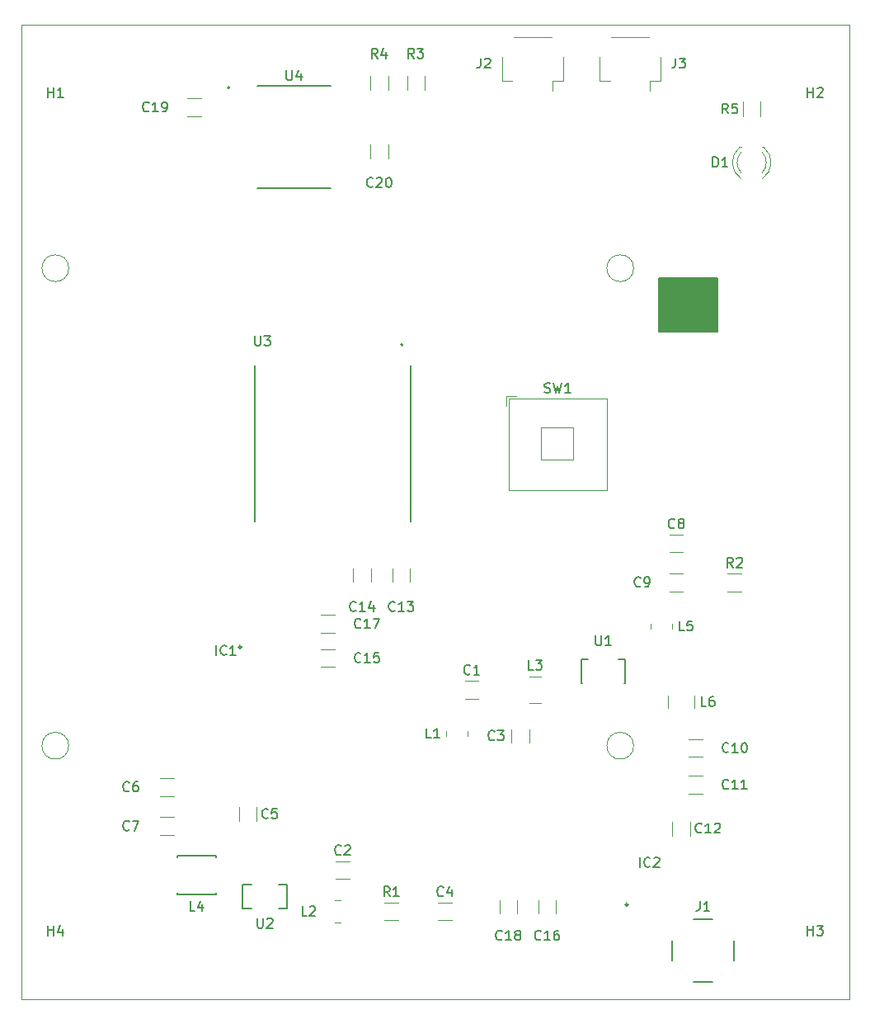
<source format=gbr>
%TF.GenerationSoftware,KiCad,Pcbnew,(6.0.7)*%
%TF.CreationDate,2022-11-16T16:27:29-06:00*%
%TF.ProjectId,GroundPCB,47726f75-6e64-4504-9342-2e6b69636164,1*%
%TF.SameCoordinates,Original*%
%TF.FileFunction,Legend,Top*%
%TF.FilePolarity,Positive*%
%FSLAX46Y46*%
G04 Gerber Fmt 4.6, Leading zero omitted, Abs format (unit mm)*
G04 Created by KiCad (PCBNEW (6.0.7)) date 2022-11-16 16:27:29*
%MOMM*%
%LPD*%
G01*
G04 APERTURE LIST*
%ADD10C,0.150000*%
%TA.AperFunction,Profile*%
%ADD11C,0.100000*%
%TD*%
%ADD12C,0.120000*%
%ADD13C,0.250000*%
%ADD14C,0.127000*%
%TA.AperFunction,Profile*%
%ADD15C,0.120000*%
%TD*%
%ADD16C,0.200000*%
%ADD17C,0.203200*%
G04 APERTURE END LIST*
D10*
X165500000Y-76000000D02*
X171500000Y-76000000D01*
X171500000Y-76000000D02*
X171500000Y-81500000D01*
X171500000Y-81500000D02*
X165500000Y-81500000D01*
X165500000Y-81500000D02*
X165500000Y-76000000D01*
G36*
X165500000Y-76000000D02*
G01*
X171500000Y-76000000D01*
X171500000Y-81500000D01*
X165500000Y-81500000D01*
X165500000Y-76000000D01*
G37*
D11*
X100000000Y-50000000D02*
X185000000Y-50000000D01*
X185000000Y-50000000D02*
X185000000Y-150000000D01*
X185000000Y-150000000D02*
X100000000Y-150000000D01*
X100000000Y-150000000D02*
X100000000Y-50000000D01*
D10*
%TO.C,L1*%
X142083333Y-123202380D02*
X141607142Y-123202380D01*
X141607142Y-122202380D01*
X142940476Y-123202380D02*
X142369047Y-123202380D01*
X142654761Y-123202380D02*
X142654761Y-122202380D01*
X142559523Y-122345238D01*
X142464285Y-122440476D01*
X142369047Y-122488095D01*
%TO.C,H1*%
X102738095Y-57452380D02*
X102738095Y-56452380D01*
X102738095Y-56928571D02*
X103309523Y-56928571D01*
X103309523Y-57452380D02*
X103309523Y-56452380D01*
X104309523Y-57452380D02*
X103738095Y-57452380D01*
X104023809Y-57452380D02*
X104023809Y-56452380D01*
X103928571Y-56595238D01*
X103833333Y-56690476D01*
X103738095Y-56738095D01*
%TO.C,C5*%
X125333333Y-131357142D02*
X125285714Y-131404761D01*
X125142857Y-131452380D01*
X125047619Y-131452380D01*
X124904761Y-131404761D01*
X124809523Y-131309523D01*
X124761904Y-131214285D01*
X124714285Y-131023809D01*
X124714285Y-130880952D01*
X124761904Y-130690476D01*
X124809523Y-130595238D01*
X124904761Y-130500000D01*
X125047619Y-130452380D01*
X125142857Y-130452380D01*
X125285714Y-130500000D01*
X125333333Y-130547619D01*
X126238095Y-130452380D02*
X125761904Y-130452380D01*
X125714285Y-130928571D01*
X125761904Y-130880952D01*
X125857142Y-130833333D01*
X126095238Y-130833333D01*
X126190476Y-130880952D01*
X126238095Y-130928571D01*
X126285714Y-131023809D01*
X126285714Y-131261904D01*
X126238095Y-131357142D01*
X126190476Y-131404761D01*
X126095238Y-131452380D01*
X125857142Y-131452380D01*
X125761904Y-131404761D01*
X125714285Y-131357142D01*
%TO.C,H2*%
X180738095Y-57452380D02*
X180738095Y-56452380D01*
X180738095Y-56928571D02*
X181309523Y-56928571D01*
X181309523Y-57452380D02*
X181309523Y-56452380D01*
X181738095Y-56547619D02*
X181785714Y-56500000D01*
X181880952Y-56452380D01*
X182119047Y-56452380D01*
X182214285Y-56500000D01*
X182261904Y-56547619D01*
X182309523Y-56642857D01*
X182309523Y-56738095D01*
X182261904Y-56880952D01*
X181690476Y-57452380D01*
X182309523Y-57452380D01*
%TO.C,R2*%
X173083333Y-105702380D02*
X172750000Y-105226190D01*
X172511904Y-105702380D02*
X172511904Y-104702380D01*
X172892857Y-104702380D01*
X172988095Y-104750000D01*
X173035714Y-104797619D01*
X173083333Y-104892857D01*
X173083333Y-105035714D01*
X173035714Y-105130952D01*
X172988095Y-105178571D01*
X172892857Y-105226190D01*
X172511904Y-105226190D01*
X173464285Y-104797619D02*
X173511904Y-104750000D01*
X173607142Y-104702380D01*
X173845238Y-104702380D01*
X173940476Y-104750000D01*
X173988095Y-104797619D01*
X174035714Y-104892857D01*
X174035714Y-104988095D01*
X173988095Y-105130952D01*
X173416666Y-105702380D01*
X174035714Y-105702380D01*
%TO.C,L3*%
X152583333Y-116202380D02*
X152107142Y-116202380D01*
X152107142Y-115202380D01*
X152821428Y-115202380D02*
X153440476Y-115202380D01*
X153107142Y-115583333D01*
X153250000Y-115583333D01*
X153345238Y-115630952D01*
X153392857Y-115678571D01*
X153440476Y-115773809D01*
X153440476Y-116011904D01*
X153392857Y-116107142D01*
X153345238Y-116154761D01*
X153250000Y-116202380D01*
X152964285Y-116202380D01*
X152869047Y-116154761D01*
X152821428Y-116107142D01*
%TO.C,R3*%
X140333333Y-53452380D02*
X140000000Y-52976190D01*
X139761904Y-53452380D02*
X139761904Y-52452380D01*
X140142857Y-52452380D01*
X140238095Y-52500000D01*
X140285714Y-52547619D01*
X140333333Y-52642857D01*
X140333333Y-52785714D01*
X140285714Y-52880952D01*
X140238095Y-52928571D01*
X140142857Y-52976190D01*
X139761904Y-52976190D01*
X140666666Y-52452380D02*
X141285714Y-52452380D01*
X140952380Y-52833333D01*
X141095238Y-52833333D01*
X141190476Y-52880952D01*
X141238095Y-52928571D01*
X141285714Y-53023809D01*
X141285714Y-53261904D01*
X141238095Y-53357142D01*
X141190476Y-53404761D01*
X141095238Y-53452380D01*
X140809523Y-53452380D01*
X140714285Y-53404761D01*
X140666666Y-53357142D01*
%TO.C,H3*%
X180738095Y-143452380D02*
X180738095Y-142452380D01*
X180738095Y-142928571D02*
X181309523Y-142928571D01*
X181309523Y-143452380D02*
X181309523Y-142452380D01*
X181690476Y-142452380D02*
X182309523Y-142452380D01*
X181976190Y-142833333D01*
X182119047Y-142833333D01*
X182214285Y-142880952D01*
X182261904Y-142928571D01*
X182309523Y-143023809D01*
X182309523Y-143261904D01*
X182261904Y-143357142D01*
X182214285Y-143404761D01*
X182119047Y-143452380D01*
X181833333Y-143452380D01*
X181738095Y-143404761D01*
X181690476Y-143357142D01*
%TO.C,SW1*%
X153744166Y-87732261D02*
X153887023Y-87779880D01*
X154125119Y-87779880D01*
X154220357Y-87732261D01*
X154267976Y-87684642D01*
X154315595Y-87589404D01*
X154315595Y-87494166D01*
X154267976Y-87398928D01*
X154220357Y-87351309D01*
X154125119Y-87303690D01*
X153934642Y-87256071D01*
X153839404Y-87208452D01*
X153791785Y-87160833D01*
X153744166Y-87065595D01*
X153744166Y-86970357D01*
X153791785Y-86875119D01*
X153839404Y-86827500D01*
X153934642Y-86779880D01*
X154172738Y-86779880D01*
X154315595Y-86827500D01*
X154648928Y-86779880D02*
X154887023Y-87779880D01*
X155077500Y-87065595D01*
X155267976Y-87779880D01*
X155506071Y-86779880D01*
X156410833Y-87779880D02*
X155839404Y-87779880D01*
X156125119Y-87779880D02*
X156125119Y-86779880D01*
X156029880Y-86922738D01*
X155934642Y-87017976D01*
X155839404Y-87065595D01*
%TO.C,IC2*%
X163523809Y-136452380D02*
X163523809Y-135452380D01*
X164571428Y-136357142D02*
X164523809Y-136404761D01*
X164380952Y-136452380D01*
X164285714Y-136452380D01*
X164142857Y-136404761D01*
X164047619Y-136309523D01*
X164000000Y-136214285D01*
X163952380Y-136023809D01*
X163952380Y-135880952D01*
X164000000Y-135690476D01*
X164047619Y-135595238D01*
X164142857Y-135500000D01*
X164285714Y-135452380D01*
X164380952Y-135452380D01*
X164523809Y-135500000D01*
X164571428Y-135547619D01*
X164952380Y-135547619D02*
X165000000Y-135500000D01*
X165095238Y-135452380D01*
X165333333Y-135452380D01*
X165428571Y-135500000D01*
X165476190Y-135547619D01*
X165523809Y-135642857D01*
X165523809Y-135738095D01*
X165476190Y-135880952D01*
X164904761Y-136452380D01*
X165523809Y-136452380D01*
%TO.C,C10*%
X172607142Y-124607142D02*
X172559523Y-124654761D01*
X172416666Y-124702380D01*
X172321428Y-124702380D01*
X172178571Y-124654761D01*
X172083333Y-124559523D01*
X172035714Y-124464285D01*
X171988095Y-124273809D01*
X171988095Y-124130952D01*
X172035714Y-123940476D01*
X172083333Y-123845238D01*
X172178571Y-123750000D01*
X172321428Y-123702380D01*
X172416666Y-123702380D01*
X172559523Y-123750000D01*
X172607142Y-123797619D01*
X173559523Y-124702380D02*
X172988095Y-124702380D01*
X173273809Y-124702380D02*
X173273809Y-123702380D01*
X173178571Y-123845238D01*
X173083333Y-123940476D01*
X172988095Y-123988095D01*
X174178571Y-123702380D02*
X174273809Y-123702380D01*
X174369047Y-123750000D01*
X174416666Y-123797619D01*
X174464285Y-123892857D01*
X174511904Y-124083333D01*
X174511904Y-124321428D01*
X174464285Y-124511904D01*
X174416666Y-124607142D01*
X174369047Y-124654761D01*
X174273809Y-124702380D01*
X174178571Y-124702380D01*
X174083333Y-124654761D01*
X174035714Y-124607142D01*
X173988095Y-124511904D01*
X173940476Y-124321428D01*
X173940476Y-124083333D01*
X173988095Y-123892857D01*
X174035714Y-123797619D01*
X174083333Y-123750000D01*
X174178571Y-123702380D01*
%TO.C,L4*%
X117833333Y-140952380D02*
X117357142Y-140952380D01*
X117357142Y-139952380D01*
X118595238Y-140285714D02*
X118595238Y-140952380D01*
X118357142Y-139904761D02*
X118119047Y-140619047D01*
X118738095Y-140619047D01*
%TO.C,J3*%
X167166666Y-53452380D02*
X167166666Y-54166666D01*
X167119047Y-54309523D01*
X167023809Y-54404761D01*
X166880952Y-54452380D01*
X166785714Y-54452380D01*
X167547619Y-53452380D02*
X168166666Y-53452380D01*
X167833333Y-53833333D01*
X167976190Y-53833333D01*
X168071428Y-53880952D01*
X168119047Y-53928571D01*
X168166666Y-54023809D01*
X168166666Y-54261904D01*
X168119047Y-54357142D01*
X168071428Y-54404761D01*
X167976190Y-54452380D01*
X167690476Y-54452380D01*
X167595238Y-54404761D01*
X167547619Y-54357142D01*
%TO.C,L5*%
X168083333Y-112202380D02*
X167607142Y-112202380D01*
X167607142Y-111202380D01*
X168892857Y-111202380D02*
X168416666Y-111202380D01*
X168369047Y-111678571D01*
X168416666Y-111630952D01*
X168511904Y-111583333D01*
X168750000Y-111583333D01*
X168845238Y-111630952D01*
X168892857Y-111678571D01*
X168940476Y-111773809D01*
X168940476Y-112011904D01*
X168892857Y-112107142D01*
X168845238Y-112154761D01*
X168750000Y-112202380D01*
X168511904Y-112202380D01*
X168416666Y-112154761D01*
X168369047Y-112107142D01*
%TO.C,C16*%
X153357142Y-143857142D02*
X153309523Y-143904761D01*
X153166666Y-143952380D01*
X153071428Y-143952380D01*
X152928571Y-143904761D01*
X152833333Y-143809523D01*
X152785714Y-143714285D01*
X152738095Y-143523809D01*
X152738095Y-143380952D01*
X152785714Y-143190476D01*
X152833333Y-143095238D01*
X152928571Y-143000000D01*
X153071428Y-142952380D01*
X153166666Y-142952380D01*
X153309523Y-143000000D01*
X153357142Y-143047619D01*
X154309523Y-143952380D02*
X153738095Y-143952380D01*
X154023809Y-143952380D02*
X154023809Y-142952380D01*
X153928571Y-143095238D01*
X153833333Y-143190476D01*
X153738095Y-143238095D01*
X155166666Y-142952380D02*
X154976190Y-142952380D01*
X154880952Y-143000000D01*
X154833333Y-143047619D01*
X154738095Y-143190476D01*
X154690476Y-143380952D01*
X154690476Y-143761904D01*
X154738095Y-143857142D01*
X154785714Y-143904761D01*
X154880952Y-143952380D01*
X155071428Y-143952380D01*
X155166666Y-143904761D01*
X155214285Y-143857142D01*
X155261904Y-143761904D01*
X155261904Y-143523809D01*
X155214285Y-143428571D01*
X155166666Y-143380952D01*
X155071428Y-143333333D01*
X154880952Y-143333333D01*
X154785714Y-143380952D01*
X154738095Y-143428571D01*
X154690476Y-143523809D01*
%TO.C,U1*%
X158988095Y-112702380D02*
X158988095Y-113511904D01*
X159035714Y-113607142D01*
X159083333Y-113654761D01*
X159178571Y-113702380D01*
X159369047Y-113702380D01*
X159464285Y-113654761D01*
X159511904Y-113607142D01*
X159559523Y-113511904D01*
X159559523Y-112702380D01*
X160559523Y-113702380D02*
X159988095Y-113702380D01*
X160273809Y-113702380D02*
X160273809Y-112702380D01*
X160178571Y-112845238D01*
X160083333Y-112940476D01*
X159988095Y-112988095D01*
%TO.C,C18*%
X149357142Y-143857142D02*
X149309523Y-143904761D01*
X149166666Y-143952380D01*
X149071428Y-143952380D01*
X148928571Y-143904761D01*
X148833333Y-143809523D01*
X148785714Y-143714285D01*
X148738095Y-143523809D01*
X148738095Y-143380952D01*
X148785714Y-143190476D01*
X148833333Y-143095238D01*
X148928571Y-143000000D01*
X149071428Y-142952380D01*
X149166666Y-142952380D01*
X149309523Y-143000000D01*
X149357142Y-143047619D01*
X150309523Y-143952380D02*
X149738095Y-143952380D01*
X150023809Y-143952380D02*
X150023809Y-142952380D01*
X149928571Y-143095238D01*
X149833333Y-143190476D01*
X149738095Y-143238095D01*
X150880952Y-143380952D02*
X150785714Y-143333333D01*
X150738095Y-143285714D01*
X150690476Y-143190476D01*
X150690476Y-143142857D01*
X150738095Y-143047619D01*
X150785714Y-143000000D01*
X150880952Y-142952380D01*
X151071428Y-142952380D01*
X151166666Y-143000000D01*
X151214285Y-143047619D01*
X151261904Y-143142857D01*
X151261904Y-143190476D01*
X151214285Y-143285714D01*
X151166666Y-143333333D01*
X151071428Y-143380952D01*
X150880952Y-143380952D01*
X150785714Y-143428571D01*
X150738095Y-143476190D01*
X150690476Y-143571428D01*
X150690476Y-143761904D01*
X150738095Y-143857142D01*
X150785714Y-143904761D01*
X150880952Y-143952380D01*
X151071428Y-143952380D01*
X151166666Y-143904761D01*
X151214285Y-143857142D01*
X151261904Y-143761904D01*
X151261904Y-143571428D01*
X151214285Y-143476190D01*
X151166666Y-143428571D01*
X151071428Y-143380952D01*
%TO.C,C17*%
X134857142Y-111857142D02*
X134809523Y-111904761D01*
X134666666Y-111952380D01*
X134571428Y-111952380D01*
X134428571Y-111904761D01*
X134333333Y-111809523D01*
X134285714Y-111714285D01*
X134238095Y-111523809D01*
X134238095Y-111380952D01*
X134285714Y-111190476D01*
X134333333Y-111095238D01*
X134428571Y-111000000D01*
X134571428Y-110952380D01*
X134666666Y-110952380D01*
X134809523Y-111000000D01*
X134857142Y-111047619D01*
X135809523Y-111952380D02*
X135238095Y-111952380D01*
X135523809Y-111952380D02*
X135523809Y-110952380D01*
X135428571Y-111095238D01*
X135333333Y-111190476D01*
X135238095Y-111238095D01*
X136142857Y-110952380D02*
X136809523Y-110952380D01*
X136380952Y-111952380D01*
%TO.C,C14*%
X134357142Y-110107142D02*
X134309523Y-110154761D01*
X134166666Y-110202380D01*
X134071428Y-110202380D01*
X133928571Y-110154761D01*
X133833333Y-110059523D01*
X133785714Y-109964285D01*
X133738095Y-109773809D01*
X133738095Y-109630952D01*
X133785714Y-109440476D01*
X133833333Y-109345238D01*
X133928571Y-109250000D01*
X134071428Y-109202380D01*
X134166666Y-109202380D01*
X134309523Y-109250000D01*
X134357142Y-109297619D01*
X135309523Y-110202380D02*
X134738095Y-110202380D01*
X135023809Y-110202380D02*
X135023809Y-109202380D01*
X134928571Y-109345238D01*
X134833333Y-109440476D01*
X134738095Y-109488095D01*
X136166666Y-109535714D02*
X136166666Y-110202380D01*
X135928571Y-109154761D02*
X135690476Y-109869047D01*
X136309523Y-109869047D01*
%TO.C,C15*%
X134857142Y-115357142D02*
X134809523Y-115404761D01*
X134666666Y-115452380D01*
X134571428Y-115452380D01*
X134428571Y-115404761D01*
X134333333Y-115309523D01*
X134285714Y-115214285D01*
X134238095Y-115023809D01*
X134238095Y-114880952D01*
X134285714Y-114690476D01*
X134333333Y-114595238D01*
X134428571Y-114500000D01*
X134571428Y-114452380D01*
X134666666Y-114452380D01*
X134809523Y-114500000D01*
X134857142Y-114547619D01*
X135809523Y-115452380D02*
X135238095Y-115452380D01*
X135523809Y-115452380D02*
X135523809Y-114452380D01*
X135428571Y-114595238D01*
X135333333Y-114690476D01*
X135238095Y-114738095D01*
X136714285Y-114452380D02*
X136238095Y-114452380D01*
X136190476Y-114928571D01*
X136238095Y-114880952D01*
X136333333Y-114833333D01*
X136571428Y-114833333D01*
X136666666Y-114880952D01*
X136714285Y-114928571D01*
X136761904Y-115023809D01*
X136761904Y-115261904D01*
X136714285Y-115357142D01*
X136666666Y-115404761D01*
X136571428Y-115452380D01*
X136333333Y-115452380D01*
X136238095Y-115404761D01*
X136190476Y-115357142D01*
%TO.C,C19*%
X113107142Y-58857142D02*
X113059523Y-58904761D01*
X112916666Y-58952380D01*
X112821428Y-58952380D01*
X112678571Y-58904761D01*
X112583333Y-58809523D01*
X112535714Y-58714285D01*
X112488095Y-58523809D01*
X112488095Y-58380952D01*
X112535714Y-58190476D01*
X112583333Y-58095238D01*
X112678571Y-58000000D01*
X112821428Y-57952380D01*
X112916666Y-57952380D01*
X113059523Y-58000000D01*
X113107142Y-58047619D01*
X114059523Y-58952380D02*
X113488095Y-58952380D01*
X113773809Y-58952380D02*
X113773809Y-57952380D01*
X113678571Y-58095238D01*
X113583333Y-58190476D01*
X113488095Y-58238095D01*
X114535714Y-58952380D02*
X114726190Y-58952380D01*
X114821428Y-58904761D01*
X114869047Y-58857142D01*
X114964285Y-58714285D01*
X115011904Y-58523809D01*
X115011904Y-58142857D01*
X114964285Y-58047619D01*
X114916666Y-58000000D01*
X114821428Y-57952380D01*
X114630952Y-57952380D01*
X114535714Y-58000000D01*
X114488095Y-58047619D01*
X114440476Y-58142857D01*
X114440476Y-58380952D01*
X114488095Y-58476190D01*
X114535714Y-58523809D01*
X114630952Y-58571428D01*
X114821428Y-58571428D01*
X114916666Y-58523809D01*
X114964285Y-58476190D01*
X115011904Y-58380952D01*
%TO.C,U4*%
X127238095Y-54702380D02*
X127238095Y-55511904D01*
X127285714Y-55607142D01*
X127333333Y-55654761D01*
X127428571Y-55702380D01*
X127619047Y-55702380D01*
X127714285Y-55654761D01*
X127761904Y-55607142D01*
X127809523Y-55511904D01*
X127809523Y-54702380D01*
X128714285Y-55035714D02*
X128714285Y-55702380D01*
X128476190Y-54654761D02*
X128238095Y-55369047D01*
X128857142Y-55369047D01*
%TO.C,C4*%
X143333333Y-139357142D02*
X143285714Y-139404761D01*
X143142857Y-139452380D01*
X143047619Y-139452380D01*
X142904761Y-139404761D01*
X142809523Y-139309523D01*
X142761904Y-139214285D01*
X142714285Y-139023809D01*
X142714285Y-138880952D01*
X142761904Y-138690476D01*
X142809523Y-138595238D01*
X142904761Y-138500000D01*
X143047619Y-138452380D01*
X143142857Y-138452380D01*
X143285714Y-138500000D01*
X143333333Y-138547619D01*
X144190476Y-138785714D02*
X144190476Y-139452380D01*
X143952380Y-138404761D02*
X143714285Y-139119047D01*
X144333333Y-139119047D01*
%TO.C,C1*%
X146083333Y-116607142D02*
X146035714Y-116654761D01*
X145892857Y-116702380D01*
X145797619Y-116702380D01*
X145654761Y-116654761D01*
X145559523Y-116559523D01*
X145511904Y-116464285D01*
X145464285Y-116273809D01*
X145464285Y-116130952D01*
X145511904Y-115940476D01*
X145559523Y-115845238D01*
X145654761Y-115750000D01*
X145797619Y-115702380D01*
X145892857Y-115702380D01*
X146035714Y-115750000D01*
X146083333Y-115797619D01*
X147035714Y-116702380D02*
X146464285Y-116702380D01*
X146750000Y-116702380D02*
X146750000Y-115702380D01*
X146654761Y-115845238D01*
X146559523Y-115940476D01*
X146464285Y-115988095D01*
%TO.C,C20*%
X136107142Y-66607142D02*
X136059523Y-66654761D01*
X135916666Y-66702380D01*
X135821428Y-66702380D01*
X135678571Y-66654761D01*
X135583333Y-66559523D01*
X135535714Y-66464285D01*
X135488095Y-66273809D01*
X135488095Y-66130952D01*
X135535714Y-65940476D01*
X135583333Y-65845238D01*
X135678571Y-65750000D01*
X135821428Y-65702380D01*
X135916666Y-65702380D01*
X136059523Y-65750000D01*
X136107142Y-65797619D01*
X136488095Y-65797619D02*
X136535714Y-65750000D01*
X136630952Y-65702380D01*
X136869047Y-65702380D01*
X136964285Y-65750000D01*
X137011904Y-65797619D01*
X137059523Y-65892857D01*
X137059523Y-65988095D01*
X137011904Y-66130952D01*
X136440476Y-66702380D01*
X137059523Y-66702380D01*
X137678571Y-65702380D02*
X137773809Y-65702380D01*
X137869047Y-65750000D01*
X137916666Y-65797619D01*
X137964285Y-65892857D01*
X138011904Y-66083333D01*
X138011904Y-66321428D01*
X137964285Y-66511904D01*
X137916666Y-66607142D01*
X137869047Y-66654761D01*
X137773809Y-66702380D01*
X137678571Y-66702380D01*
X137583333Y-66654761D01*
X137535714Y-66607142D01*
X137488095Y-66511904D01*
X137440476Y-66321428D01*
X137440476Y-66083333D01*
X137488095Y-65892857D01*
X137535714Y-65797619D01*
X137583333Y-65750000D01*
X137678571Y-65702380D01*
%TO.C,H4*%
X102738095Y-143452380D02*
X102738095Y-142452380D01*
X102738095Y-142928571D02*
X103309523Y-142928571D01*
X103309523Y-143452380D02*
X103309523Y-142452380D01*
X104214285Y-142785714D02*
X104214285Y-143452380D01*
X103976190Y-142404761D02*
X103738095Y-143119047D01*
X104357142Y-143119047D01*
%TO.C,C2*%
X132833333Y-135107142D02*
X132785714Y-135154761D01*
X132642857Y-135202380D01*
X132547619Y-135202380D01*
X132404761Y-135154761D01*
X132309523Y-135059523D01*
X132261904Y-134964285D01*
X132214285Y-134773809D01*
X132214285Y-134630952D01*
X132261904Y-134440476D01*
X132309523Y-134345238D01*
X132404761Y-134250000D01*
X132547619Y-134202380D01*
X132642857Y-134202380D01*
X132785714Y-134250000D01*
X132833333Y-134297619D01*
X133214285Y-134297619D02*
X133261904Y-134250000D01*
X133357142Y-134202380D01*
X133595238Y-134202380D01*
X133690476Y-134250000D01*
X133738095Y-134297619D01*
X133785714Y-134392857D01*
X133785714Y-134488095D01*
X133738095Y-134630952D01*
X133166666Y-135202380D01*
X133785714Y-135202380D01*
%TO.C,C6*%
X111083333Y-128607142D02*
X111035714Y-128654761D01*
X110892857Y-128702380D01*
X110797619Y-128702380D01*
X110654761Y-128654761D01*
X110559523Y-128559523D01*
X110511904Y-128464285D01*
X110464285Y-128273809D01*
X110464285Y-128130952D01*
X110511904Y-127940476D01*
X110559523Y-127845238D01*
X110654761Y-127750000D01*
X110797619Y-127702380D01*
X110892857Y-127702380D01*
X111035714Y-127750000D01*
X111083333Y-127797619D01*
X111940476Y-127702380D02*
X111750000Y-127702380D01*
X111654761Y-127750000D01*
X111607142Y-127797619D01*
X111511904Y-127940476D01*
X111464285Y-128130952D01*
X111464285Y-128511904D01*
X111511904Y-128607142D01*
X111559523Y-128654761D01*
X111654761Y-128702380D01*
X111845238Y-128702380D01*
X111940476Y-128654761D01*
X111988095Y-128607142D01*
X112035714Y-128511904D01*
X112035714Y-128273809D01*
X111988095Y-128178571D01*
X111940476Y-128130952D01*
X111845238Y-128083333D01*
X111654761Y-128083333D01*
X111559523Y-128130952D01*
X111511904Y-128178571D01*
X111464285Y-128273809D01*
%TO.C,C8*%
X167083333Y-101607142D02*
X167035714Y-101654761D01*
X166892857Y-101702380D01*
X166797619Y-101702380D01*
X166654761Y-101654761D01*
X166559523Y-101559523D01*
X166511904Y-101464285D01*
X166464285Y-101273809D01*
X166464285Y-101130952D01*
X166511904Y-100940476D01*
X166559523Y-100845238D01*
X166654761Y-100750000D01*
X166797619Y-100702380D01*
X166892857Y-100702380D01*
X167035714Y-100750000D01*
X167083333Y-100797619D01*
X167654761Y-101130952D02*
X167559523Y-101083333D01*
X167511904Y-101035714D01*
X167464285Y-100940476D01*
X167464285Y-100892857D01*
X167511904Y-100797619D01*
X167559523Y-100750000D01*
X167654761Y-100702380D01*
X167845238Y-100702380D01*
X167940476Y-100750000D01*
X167988095Y-100797619D01*
X168035714Y-100892857D01*
X168035714Y-100940476D01*
X167988095Y-101035714D01*
X167940476Y-101083333D01*
X167845238Y-101130952D01*
X167654761Y-101130952D01*
X167559523Y-101178571D01*
X167511904Y-101226190D01*
X167464285Y-101321428D01*
X167464285Y-101511904D01*
X167511904Y-101607142D01*
X167559523Y-101654761D01*
X167654761Y-101702380D01*
X167845238Y-101702380D01*
X167940476Y-101654761D01*
X167988095Y-101607142D01*
X168035714Y-101511904D01*
X168035714Y-101321428D01*
X167988095Y-101226190D01*
X167940476Y-101178571D01*
X167845238Y-101130952D01*
%TO.C,J1*%
X169666666Y-139952380D02*
X169666666Y-140666666D01*
X169619047Y-140809523D01*
X169523809Y-140904761D01*
X169380952Y-140952380D01*
X169285714Y-140952380D01*
X170666666Y-140952380D02*
X170095238Y-140952380D01*
X170380952Y-140952380D02*
X170380952Y-139952380D01*
X170285714Y-140095238D01*
X170190476Y-140190476D01*
X170095238Y-140238095D01*
%TO.C,R1*%
X137833333Y-139452380D02*
X137500000Y-138976190D01*
X137261904Y-139452380D02*
X137261904Y-138452380D01*
X137642857Y-138452380D01*
X137738095Y-138500000D01*
X137785714Y-138547619D01*
X137833333Y-138642857D01*
X137833333Y-138785714D01*
X137785714Y-138880952D01*
X137738095Y-138928571D01*
X137642857Y-138976190D01*
X137261904Y-138976190D01*
X138785714Y-139452380D02*
X138214285Y-139452380D01*
X138500000Y-139452380D02*
X138500000Y-138452380D01*
X138404761Y-138595238D01*
X138309523Y-138690476D01*
X138214285Y-138738095D01*
%TO.C,D1*%
X171011904Y-64603630D02*
X171011904Y-63603630D01*
X171250000Y-63603630D01*
X171392857Y-63651250D01*
X171488095Y-63746488D01*
X171535714Y-63841726D01*
X171583333Y-64032202D01*
X171583333Y-64175059D01*
X171535714Y-64365535D01*
X171488095Y-64460773D01*
X171392857Y-64556011D01*
X171250000Y-64603630D01*
X171011904Y-64603630D01*
X172535714Y-64603630D02*
X171964285Y-64603630D01*
X172250000Y-64603630D02*
X172250000Y-63603630D01*
X172154761Y-63746488D01*
X172059523Y-63841726D01*
X171964285Y-63889345D01*
%TO.C,C13*%
X138357142Y-110107142D02*
X138309523Y-110154761D01*
X138166666Y-110202380D01*
X138071428Y-110202380D01*
X137928571Y-110154761D01*
X137833333Y-110059523D01*
X137785714Y-109964285D01*
X137738095Y-109773809D01*
X137738095Y-109630952D01*
X137785714Y-109440476D01*
X137833333Y-109345238D01*
X137928571Y-109250000D01*
X138071428Y-109202380D01*
X138166666Y-109202380D01*
X138309523Y-109250000D01*
X138357142Y-109297619D01*
X139309523Y-110202380D02*
X138738095Y-110202380D01*
X139023809Y-110202380D02*
X139023809Y-109202380D01*
X138928571Y-109345238D01*
X138833333Y-109440476D01*
X138738095Y-109488095D01*
X139642857Y-109202380D02*
X140261904Y-109202380D01*
X139928571Y-109583333D01*
X140071428Y-109583333D01*
X140166666Y-109630952D01*
X140214285Y-109678571D01*
X140261904Y-109773809D01*
X140261904Y-110011904D01*
X140214285Y-110107142D01*
X140166666Y-110154761D01*
X140071428Y-110202380D01*
X139785714Y-110202380D01*
X139690476Y-110154761D01*
X139642857Y-110107142D01*
%TO.C,U3*%
X123988095Y-81952380D02*
X123988095Y-82761904D01*
X124035714Y-82857142D01*
X124083333Y-82904761D01*
X124178571Y-82952380D01*
X124369047Y-82952380D01*
X124464285Y-82904761D01*
X124511904Y-82857142D01*
X124559523Y-82761904D01*
X124559523Y-81952380D01*
X124940476Y-81952380D02*
X125559523Y-81952380D01*
X125226190Y-82333333D01*
X125369047Y-82333333D01*
X125464285Y-82380952D01*
X125511904Y-82428571D01*
X125559523Y-82523809D01*
X125559523Y-82761904D01*
X125511904Y-82857142D01*
X125464285Y-82904761D01*
X125369047Y-82952380D01*
X125083333Y-82952380D01*
X124988095Y-82904761D01*
X124940476Y-82857142D01*
%TO.C,L6*%
X170333333Y-119952380D02*
X169857142Y-119952380D01*
X169857142Y-118952380D01*
X171095238Y-118952380D02*
X170904761Y-118952380D01*
X170809523Y-119000000D01*
X170761904Y-119047619D01*
X170666666Y-119190476D01*
X170619047Y-119380952D01*
X170619047Y-119761904D01*
X170666666Y-119857142D01*
X170714285Y-119904761D01*
X170809523Y-119952380D01*
X171000000Y-119952380D01*
X171095238Y-119904761D01*
X171142857Y-119857142D01*
X171190476Y-119761904D01*
X171190476Y-119523809D01*
X171142857Y-119428571D01*
X171095238Y-119380952D01*
X171000000Y-119333333D01*
X170809523Y-119333333D01*
X170714285Y-119380952D01*
X170666666Y-119428571D01*
X170619047Y-119523809D01*
%TO.C,C12*%
X169857142Y-132857142D02*
X169809523Y-132904761D01*
X169666666Y-132952380D01*
X169571428Y-132952380D01*
X169428571Y-132904761D01*
X169333333Y-132809523D01*
X169285714Y-132714285D01*
X169238095Y-132523809D01*
X169238095Y-132380952D01*
X169285714Y-132190476D01*
X169333333Y-132095238D01*
X169428571Y-132000000D01*
X169571428Y-131952380D01*
X169666666Y-131952380D01*
X169809523Y-132000000D01*
X169857142Y-132047619D01*
X170809523Y-132952380D02*
X170238095Y-132952380D01*
X170523809Y-132952380D02*
X170523809Y-131952380D01*
X170428571Y-132095238D01*
X170333333Y-132190476D01*
X170238095Y-132238095D01*
X171190476Y-132047619D02*
X171238095Y-132000000D01*
X171333333Y-131952380D01*
X171571428Y-131952380D01*
X171666666Y-132000000D01*
X171714285Y-132047619D01*
X171761904Y-132142857D01*
X171761904Y-132238095D01*
X171714285Y-132380952D01*
X171142857Y-132952380D01*
X171761904Y-132952380D01*
%TO.C,R5*%
X172583333Y-59108630D02*
X172250000Y-58632440D01*
X172011904Y-59108630D02*
X172011904Y-58108630D01*
X172392857Y-58108630D01*
X172488095Y-58156250D01*
X172535714Y-58203869D01*
X172583333Y-58299107D01*
X172583333Y-58441964D01*
X172535714Y-58537202D01*
X172488095Y-58584821D01*
X172392857Y-58632440D01*
X172011904Y-58632440D01*
X173488095Y-58108630D02*
X173011904Y-58108630D01*
X172964285Y-58584821D01*
X173011904Y-58537202D01*
X173107142Y-58489583D01*
X173345238Y-58489583D01*
X173440476Y-58537202D01*
X173488095Y-58584821D01*
X173535714Y-58680059D01*
X173535714Y-58918154D01*
X173488095Y-59013392D01*
X173440476Y-59061011D01*
X173345238Y-59108630D01*
X173107142Y-59108630D01*
X173011904Y-59061011D01*
X172964285Y-59013392D01*
%TO.C,R4*%
X136583333Y-53452380D02*
X136250000Y-52976190D01*
X136011904Y-53452380D02*
X136011904Y-52452380D01*
X136392857Y-52452380D01*
X136488095Y-52500000D01*
X136535714Y-52547619D01*
X136583333Y-52642857D01*
X136583333Y-52785714D01*
X136535714Y-52880952D01*
X136488095Y-52928571D01*
X136392857Y-52976190D01*
X136011904Y-52976190D01*
X137440476Y-52785714D02*
X137440476Y-53452380D01*
X137202380Y-52404761D02*
X136964285Y-53119047D01*
X137583333Y-53119047D01*
%TO.C,L2*%
X129333333Y-141452380D02*
X128857142Y-141452380D01*
X128857142Y-140452380D01*
X129619047Y-140547619D02*
X129666666Y-140500000D01*
X129761904Y-140452380D01*
X130000000Y-140452380D01*
X130095238Y-140500000D01*
X130142857Y-140547619D01*
X130190476Y-140642857D01*
X130190476Y-140738095D01*
X130142857Y-140880952D01*
X129571428Y-141452380D01*
X130190476Y-141452380D01*
%TO.C,C3*%
X148583333Y-123357142D02*
X148535714Y-123404761D01*
X148392857Y-123452380D01*
X148297619Y-123452380D01*
X148154761Y-123404761D01*
X148059523Y-123309523D01*
X148011904Y-123214285D01*
X147964285Y-123023809D01*
X147964285Y-122880952D01*
X148011904Y-122690476D01*
X148059523Y-122595238D01*
X148154761Y-122500000D01*
X148297619Y-122452380D01*
X148392857Y-122452380D01*
X148535714Y-122500000D01*
X148583333Y-122547619D01*
X148916666Y-122452380D02*
X149535714Y-122452380D01*
X149202380Y-122833333D01*
X149345238Y-122833333D01*
X149440476Y-122880952D01*
X149488095Y-122928571D01*
X149535714Y-123023809D01*
X149535714Y-123261904D01*
X149488095Y-123357142D01*
X149440476Y-123404761D01*
X149345238Y-123452380D01*
X149059523Y-123452380D01*
X148964285Y-123404761D01*
X148916666Y-123357142D01*
%TO.C,C7*%
X111083333Y-132607142D02*
X111035714Y-132654761D01*
X110892857Y-132702380D01*
X110797619Y-132702380D01*
X110654761Y-132654761D01*
X110559523Y-132559523D01*
X110511904Y-132464285D01*
X110464285Y-132273809D01*
X110464285Y-132130952D01*
X110511904Y-131940476D01*
X110559523Y-131845238D01*
X110654761Y-131750000D01*
X110797619Y-131702380D01*
X110892857Y-131702380D01*
X111035714Y-131750000D01*
X111083333Y-131797619D01*
X111416666Y-131702380D02*
X112083333Y-131702380D01*
X111654761Y-132702380D01*
%TO.C,C9*%
X163583333Y-107607142D02*
X163535714Y-107654761D01*
X163392857Y-107702380D01*
X163297619Y-107702380D01*
X163154761Y-107654761D01*
X163059523Y-107559523D01*
X163011904Y-107464285D01*
X162964285Y-107273809D01*
X162964285Y-107130952D01*
X163011904Y-106940476D01*
X163059523Y-106845238D01*
X163154761Y-106750000D01*
X163297619Y-106702380D01*
X163392857Y-106702380D01*
X163535714Y-106750000D01*
X163583333Y-106797619D01*
X164059523Y-107702380D02*
X164250000Y-107702380D01*
X164345238Y-107654761D01*
X164392857Y-107607142D01*
X164488095Y-107464285D01*
X164535714Y-107273809D01*
X164535714Y-106892857D01*
X164488095Y-106797619D01*
X164440476Y-106750000D01*
X164345238Y-106702380D01*
X164154761Y-106702380D01*
X164059523Y-106750000D01*
X164011904Y-106797619D01*
X163964285Y-106892857D01*
X163964285Y-107130952D01*
X164011904Y-107226190D01*
X164059523Y-107273809D01*
X164154761Y-107321428D01*
X164345238Y-107321428D01*
X164440476Y-107273809D01*
X164488095Y-107226190D01*
X164535714Y-107130952D01*
%TO.C,IC1*%
X120023809Y-114702380D02*
X120023809Y-113702380D01*
X121071428Y-114607142D02*
X121023809Y-114654761D01*
X120880952Y-114702380D01*
X120785714Y-114702380D01*
X120642857Y-114654761D01*
X120547619Y-114559523D01*
X120500000Y-114464285D01*
X120452380Y-114273809D01*
X120452380Y-114130952D01*
X120500000Y-113940476D01*
X120547619Y-113845238D01*
X120642857Y-113750000D01*
X120785714Y-113702380D01*
X120880952Y-113702380D01*
X121023809Y-113750000D01*
X121071428Y-113797619D01*
X122023809Y-114702380D02*
X121452380Y-114702380D01*
X121738095Y-114702380D02*
X121738095Y-113702380D01*
X121642857Y-113845238D01*
X121547619Y-113940476D01*
X121452380Y-113988095D01*
%TO.C,C11*%
X172607142Y-128357142D02*
X172559523Y-128404761D01*
X172416666Y-128452380D01*
X172321428Y-128452380D01*
X172178571Y-128404761D01*
X172083333Y-128309523D01*
X172035714Y-128214285D01*
X171988095Y-128023809D01*
X171988095Y-127880952D01*
X172035714Y-127690476D01*
X172083333Y-127595238D01*
X172178571Y-127500000D01*
X172321428Y-127452380D01*
X172416666Y-127452380D01*
X172559523Y-127500000D01*
X172607142Y-127547619D01*
X173559523Y-128452380D02*
X172988095Y-128452380D01*
X173273809Y-128452380D02*
X173273809Y-127452380D01*
X173178571Y-127595238D01*
X173083333Y-127690476D01*
X172988095Y-127738095D01*
X174511904Y-128452380D02*
X173940476Y-128452380D01*
X174226190Y-128452380D02*
X174226190Y-127452380D01*
X174130952Y-127595238D01*
X174035714Y-127690476D01*
X173940476Y-127738095D01*
%TO.C,U2*%
X124238095Y-141702380D02*
X124238095Y-142511904D01*
X124285714Y-142607142D01*
X124333333Y-142654761D01*
X124428571Y-142702380D01*
X124619047Y-142702380D01*
X124714285Y-142654761D01*
X124761904Y-142607142D01*
X124809523Y-142511904D01*
X124809523Y-141702380D01*
X125238095Y-141797619D02*
X125285714Y-141750000D01*
X125380952Y-141702380D01*
X125619047Y-141702380D01*
X125714285Y-141750000D01*
X125761904Y-141797619D01*
X125809523Y-141892857D01*
X125809523Y-141988095D01*
X125761904Y-142130952D01*
X125190476Y-142702380D01*
X125809523Y-142702380D01*
%TO.C,J2*%
X147166666Y-53452380D02*
X147166666Y-54166666D01*
X147119047Y-54309523D01*
X147023809Y-54404761D01*
X146880952Y-54452380D01*
X146785714Y-54452380D01*
X147595238Y-53547619D02*
X147642857Y-53500000D01*
X147738095Y-53452380D01*
X147976190Y-53452380D01*
X148071428Y-53500000D01*
X148119047Y-53547619D01*
X148166666Y-53642857D01*
X148166666Y-53738095D01*
X148119047Y-53880952D01*
X147547619Y-54452380D01*
X148166666Y-54452380D01*
D12*
%TO.C,L1*%
X143640000Y-122488748D02*
X143640000Y-123011252D01*
X145860000Y-122488748D02*
X145860000Y-123011252D01*
%TO.C,C5*%
X122340000Y-131711252D02*
X122340000Y-130288748D01*
X124160000Y-131711252D02*
X124160000Y-130288748D01*
%TO.C,R2*%
X172522936Y-106340000D02*
X173977064Y-106340000D01*
X172522936Y-108160000D02*
X173977064Y-108160000D01*
%TO.C,L3*%
X152147936Y-116890000D02*
X153352064Y-116890000D01*
X152147936Y-119610000D02*
X153352064Y-119610000D01*
%TO.C,R3*%
X141435000Y-55272936D02*
X141435000Y-56727064D01*
X139615000Y-55272936D02*
X139615000Y-56727064D01*
%TO.C,SW1*%
X149807500Y-89107500D02*
X149807500Y-88107500D01*
X160097500Y-97797500D02*
X160097500Y-88357500D01*
X156677500Y-94677500D02*
X153377500Y-94677500D01*
X160097500Y-97797500D02*
X150057500Y-97797500D01*
X156677500Y-91377500D02*
X156677500Y-94677500D01*
X160097500Y-88357500D02*
X150057500Y-88357500D01*
X150807500Y-88107500D02*
X149807500Y-88107500D01*
X156677500Y-91377500D02*
X153377500Y-91377500D01*
X153377500Y-91377500D02*
X153377500Y-94677500D01*
X150057500Y-97797500D02*
X150057500Y-88357500D01*
D13*
%TO.C,IC2*%
X162284000Y-140294000D02*
G75*
G03*
X162284000Y-140294000I-125000J0D01*
G01*
D12*
%TO.C,C10*%
X168538748Y-123340000D02*
X169961252Y-123340000D01*
X168538748Y-125160000D02*
X169961252Y-125160000D01*
D14*
%TO.C,L4*%
X116000000Y-139250000D02*
X120000000Y-139250000D01*
X116000000Y-135250000D02*
X116000000Y-135430000D01*
X120000000Y-139250000D02*
X120000000Y-139070000D01*
X116000000Y-139250000D02*
X116000000Y-139070000D01*
X120000000Y-135250000D02*
X120000000Y-135430000D01*
X116000000Y-135250000D02*
X120000000Y-135250000D01*
D12*
%TO.C,J3*%
X159390000Y-53285000D02*
X159390000Y-55785000D01*
X159390000Y-55785000D02*
X160440000Y-55785000D01*
X164440000Y-51315000D02*
X160560000Y-51315000D01*
X165610000Y-53285000D02*
X165610000Y-55785000D01*
X165610000Y-55785000D02*
X164560000Y-55785000D01*
X164560000Y-55785000D02*
X164560000Y-56775000D01*
%TO.C,L5*%
X164640000Y-111488748D02*
X164640000Y-112011252D01*
X166860000Y-111488748D02*
X166860000Y-112011252D01*
D15*
%TO.C,A1*%
X162875000Y-75000000D02*
G75*
G03*
X162875000Y-75000000I-1375000J0D01*
G01*
X162875000Y-124000000D02*
G75*
G03*
X162875000Y-124000000I-1375000J0D01*
G01*
X104875000Y-124000000D02*
G75*
G03*
X104875000Y-124000000I-1375000J0D01*
G01*
X104875000Y-75000000D02*
G75*
G03*
X104875000Y-75000000I-1375000J0D01*
G01*
D12*
%TO.C,C16*%
X154910000Y-141236252D02*
X154910000Y-139813748D01*
X153090000Y-141236252D02*
X153090000Y-139813748D01*
D14*
%TO.C,U1*%
X161872500Y-117594000D02*
X162000000Y-117594000D01*
X162000000Y-115154000D02*
X161352500Y-115154000D01*
X162000000Y-117594000D02*
X162000000Y-115154000D01*
X157505000Y-117594000D02*
X157632500Y-117594000D01*
X157505000Y-115154000D02*
X158152500Y-115154000D01*
X157505000Y-115154000D02*
X157505000Y-117594000D01*
D12*
%TO.C,C18*%
X150910000Y-141236252D02*
X150910000Y-139813748D01*
X149090000Y-141236252D02*
X149090000Y-139813748D01*
%TO.C,C17*%
X130788748Y-112410000D02*
X132211252Y-112410000D01*
X130788748Y-110590000D02*
X132211252Y-110590000D01*
%TO.C,C14*%
X135910000Y-107211252D02*
X135910000Y-105788748D01*
X134090000Y-107211252D02*
X134090000Y-105788748D01*
%TO.C,C15*%
X130788748Y-114090000D02*
X132211252Y-114090000D01*
X130788748Y-115910000D02*
X132211252Y-115910000D01*
%TO.C,C19*%
X117038748Y-59410000D02*
X118461252Y-59410000D01*
X117038748Y-57590000D02*
X118461252Y-57590000D01*
D14*
%TO.C,U4*%
X124200000Y-66750000D02*
X131800000Y-66750000D01*
X124200000Y-56250000D02*
X131800000Y-56250000D01*
D16*
X121395000Y-56465000D02*
G75*
G03*
X121395000Y-56465000I-100000J0D01*
G01*
D12*
%TO.C,C4*%
X142788748Y-140090000D02*
X144211252Y-140090000D01*
X142788748Y-141910000D02*
X144211252Y-141910000D01*
%TO.C,C1*%
X145538748Y-117340000D02*
X146961252Y-117340000D01*
X145538748Y-119160000D02*
X146961252Y-119160000D01*
%TO.C,C20*%
X137685000Y-62288748D02*
X137685000Y-63711252D01*
X135865000Y-62288748D02*
X135865000Y-63711252D01*
%TO.C,C2*%
X133711252Y-137660000D02*
X132288748Y-137660000D01*
X133711252Y-135840000D02*
X132288748Y-135840000D01*
%TO.C,C6*%
X115711252Y-129160000D02*
X114288748Y-129160000D01*
X115711252Y-127340000D02*
X114288748Y-127340000D01*
%TO.C,C8*%
X166538748Y-102340000D02*
X167961252Y-102340000D01*
X166538748Y-104160000D02*
X167961252Y-104160000D01*
D14*
%TO.C,J1*%
X171000000Y-148200000D02*
X169000000Y-148200000D01*
X166800000Y-146000000D02*
X166800000Y-144000000D01*
X169000000Y-141800000D02*
X171000000Y-141800000D01*
X173200000Y-144000000D02*
X173200000Y-146000000D01*
D12*
%TO.C,R1*%
X137272936Y-140090000D02*
X138727064Y-140090000D01*
X137272936Y-141910000D02*
X138727064Y-141910000D01*
%TO.C,D1*%
X173920000Y-62591250D02*
X173764000Y-62591250D01*
X176236000Y-62591250D02*
X176080000Y-62591250D01*
X176079837Y-65192380D02*
G75*
G03*
X176080000Y-63110289I-1079837J1041130D01*
G01*
X173764484Y-62591250D02*
G75*
G03*
X173921392Y-65823585I1235516J-1560000D01*
G01*
X176078608Y-65823585D02*
G75*
G03*
X176235516Y-62591250I-1078608J1672335D01*
G01*
X173920000Y-63110289D02*
G75*
G03*
X173920163Y-65192380I1080000J-1040961D01*
G01*
%TO.C,C13*%
X139910000Y-107211252D02*
X139910000Y-105788748D01*
X138090000Y-107211252D02*
X138090000Y-105788748D01*
D14*
%TO.C,U3*%
X124000000Y-101000000D02*
X124000000Y-85000000D01*
X140000000Y-85000000D02*
X140000000Y-101000000D01*
D16*
X139165000Y-82865000D02*
G75*
G03*
X139165000Y-82865000I-100000J0D01*
G01*
D12*
%TO.C,L6*%
X169110000Y-118897936D02*
X169110000Y-120102064D01*
X166390000Y-118897936D02*
X166390000Y-120102064D01*
%TO.C,C12*%
X166840000Y-131788748D02*
X166840000Y-133211252D01*
X168660000Y-131788748D02*
X168660000Y-133211252D01*
%TO.C,R5*%
X174090000Y-59383314D02*
X174090000Y-57929186D01*
X175910000Y-59383314D02*
X175910000Y-57929186D01*
%TO.C,R4*%
X137685000Y-55272936D02*
X137685000Y-56727064D01*
X135865000Y-55272936D02*
X135865000Y-56727064D01*
%TO.C,L2*%
X132238748Y-142110000D02*
X132761252Y-142110000D01*
X132238748Y-139890000D02*
X132761252Y-139890000D01*
%TO.C,C3*%
X152160000Y-122288748D02*
X152160000Y-123711252D01*
X150340000Y-122288748D02*
X150340000Y-123711252D01*
%TO.C,C7*%
X115711252Y-133160000D02*
X114288748Y-133160000D01*
X115711252Y-131340000D02*
X114288748Y-131340000D01*
%TO.C,C9*%
X166538748Y-108160000D02*
X167961252Y-108160000D01*
X166538748Y-106340000D02*
X167961252Y-106340000D01*
D13*
%TO.C,IC1*%
X122585000Y-113865000D02*
G75*
G03*
X122585000Y-113865000I-125000J0D01*
G01*
D12*
%TO.C,C11*%
X168538748Y-128910000D02*
X169961252Y-128910000D01*
X168538748Y-127090000D02*
X169961252Y-127090000D01*
D17*
%TO.C,U2*%
X127311400Y-140684400D02*
X127311400Y-138246000D01*
X122714000Y-140659000D02*
X122714000Y-138220600D01*
X122714000Y-138220600D02*
X123628400Y-138220600D01*
X127311400Y-138246000D02*
X126397000Y-138246000D01*
X127311400Y-140684400D02*
X126397000Y-140684400D01*
X123603000Y-140659000D02*
X122714000Y-140659000D01*
D12*
%TO.C,J2*%
X149390000Y-55785000D02*
X150440000Y-55785000D01*
X154560000Y-55785000D02*
X154560000Y-56775000D01*
X149390000Y-53285000D02*
X149390000Y-55785000D01*
X155610000Y-53285000D02*
X155610000Y-55785000D01*
X154440000Y-51315000D02*
X150560000Y-51315000D01*
X155610000Y-55785000D02*
X154560000Y-55785000D01*
%TD*%
M02*

</source>
